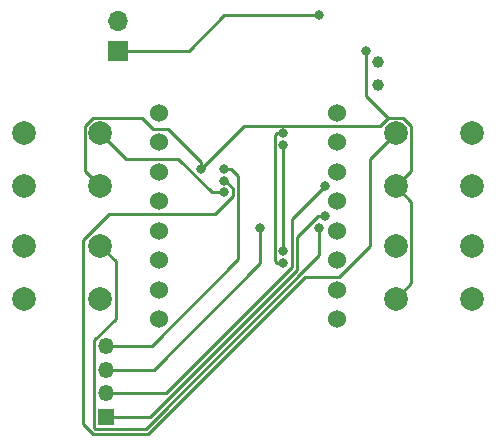
<source format=gbl>
G04 #@! TF.GenerationSoftware,KiCad,Pcbnew,5.1.10*
G04 #@! TF.CreationDate,2021-12-20T19:27:34-06:00*
G04 #@! TF.ProjectId,notawatch,6e6f7461-7761-4746-9368-2e6b69636164,rev?*
G04 #@! TF.SameCoordinates,Original*
G04 #@! TF.FileFunction,Copper,L2,Bot*
G04 #@! TF.FilePolarity,Positive*
%FSLAX46Y46*%
G04 Gerber Fmt 4.6, Leading zero omitted, Abs format (unit mm)*
G04 Created by KiCad (PCBNEW 5.1.10) date 2021-12-20 19:27:34*
%MOMM*%
%LPD*%
G01*
G04 APERTURE LIST*
G04 #@! TA.AperFunction,ComponentPad*
%ADD10O,1.350000X1.350000*%
G04 #@! TD*
G04 #@! TA.AperFunction,ComponentPad*
%ADD11R,1.350000X1.350000*%
G04 #@! TD*
G04 #@! TA.AperFunction,ComponentPad*
%ADD12C,1.000000*%
G04 #@! TD*
G04 #@! TA.AperFunction,ComponentPad*
%ADD13C,1.524000*%
G04 #@! TD*
G04 #@! TA.AperFunction,ComponentPad*
%ADD14C,2.000000*%
G04 #@! TD*
G04 #@! TA.AperFunction,ComponentPad*
%ADD15R,1.700000X1.700000*%
G04 #@! TD*
G04 #@! TA.AperFunction,ComponentPad*
%ADD16O,1.700000X1.700000*%
G04 #@! TD*
G04 #@! TA.AperFunction,ViaPad*
%ADD17C,0.800000*%
G04 #@! TD*
G04 #@! TA.AperFunction,Conductor*
%ADD18C,0.250000*%
G04 #@! TD*
G04 APERTURE END LIST*
D10*
X140000000Y-114000000D03*
X140000000Y-116000000D03*
X140000000Y-118000000D03*
D11*
X140000000Y-120000000D03*
D12*
X163000000Y-90000000D03*
X163000000Y-91900000D03*
D13*
X159500000Y-111750000D03*
X159500000Y-109250000D03*
X159500000Y-106750000D03*
X159500000Y-104250000D03*
X159500000Y-94250000D03*
X159500000Y-96750000D03*
X159500000Y-99250000D03*
X159500000Y-101750000D03*
X144500000Y-111750000D03*
X144500000Y-109250000D03*
X144500000Y-106750000D03*
X144500000Y-94250000D03*
X144500000Y-96750000D03*
X144500000Y-99250000D03*
X144500000Y-104250000D03*
X144500000Y-101750000D03*
D14*
X171000000Y-105500000D03*
X171000000Y-110000000D03*
X164500000Y-105500000D03*
X164500000Y-110000000D03*
X171000000Y-96000000D03*
X171000000Y-100500000D03*
X164500000Y-96000000D03*
X164500000Y-100500000D03*
X139500000Y-105500000D03*
X139500000Y-110000000D03*
X133000000Y-105500000D03*
X133000000Y-110000000D03*
X139500000Y-96000000D03*
X139500000Y-100500000D03*
X133000000Y-96000000D03*
X133000000Y-100500000D03*
D15*
X141000000Y-89000000D03*
D16*
X141000000Y-86460000D03*
D17*
X158000000Y-86000000D03*
X158000000Y-104000000D03*
X150000000Y-101000000D03*
X150000000Y-100000000D03*
X155000000Y-107000000D03*
X155000000Y-96000000D03*
X155000000Y-106000000D03*
X155000000Y-97000000D03*
X153000000Y-104000000D03*
X150000000Y-99000000D03*
X158500000Y-100500000D03*
X158500000Y-103000000D03*
X162000000Y-89000000D03*
X148000000Y-99000000D03*
D18*
X147000000Y-89000000D02*
X141000000Y-89000000D01*
X150000000Y-86000000D02*
X147000000Y-89000000D01*
X158000000Y-86000000D02*
X150000000Y-86000000D01*
X140825001Y-106825001D02*
X139500000Y-105500000D01*
X140825001Y-111694997D02*
X140825001Y-106825001D01*
X139000000Y-113519998D02*
X140825001Y-111694997D01*
X139000000Y-120935002D02*
X139000000Y-113519998D01*
X139064999Y-121000001D02*
X139000000Y-120935002D01*
X143345821Y-121000001D02*
X139064999Y-121000001D01*
X158000000Y-106345822D02*
X143345821Y-121000001D01*
X158000000Y-104000000D02*
X158000000Y-106345822D01*
X148926998Y-101000000D02*
X150000000Y-101000000D01*
X146089997Y-98162999D02*
X148926998Y-101000000D01*
X141662999Y-98162999D02*
X146089997Y-98162999D01*
X139500000Y-96000000D02*
X141662999Y-98162999D01*
X150073002Y-100000000D02*
X150000000Y-100000000D01*
X164500000Y-96000000D02*
X162337001Y-98162999D01*
X159695763Y-108162999D02*
X156819233Y-108162999D01*
X150725001Y-101348001D02*
X150725001Y-100651999D01*
X156819233Y-108162999D02*
X143532221Y-121450011D01*
X149236001Y-102837001D02*
X150725001Y-101348001D01*
X143532221Y-121450011D02*
X138878598Y-121450010D01*
X138878598Y-121450010D02*
X138000000Y-120571412D01*
X150725001Y-100651999D02*
X150073002Y-100000000D01*
X138000000Y-120571412D02*
X138000000Y-105038998D01*
X162337001Y-98162999D02*
X162337001Y-105521761D01*
X162337001Y-105521761D02*
X159695763Y-108162999D01*
X138000000Y-105038998D02*
X140201997Y-102837001D01*
X140201997Y-102837001D02*
X149236001Y-102837001D01*
X154434315Y-96000000D02*
X154274999Y-96159316D01*
X155000000Y-96000000D02*
X154434315Y-96000000D01*
X154274999Y-106840684D02*
X154434315Y-107000000D01*
X154434315Y-107000000D02*
X155000000Y-107000000D01*
X154274999Y-96159316D02*
X154274999Y-106840684D01*
X155000000Y-106000000D02*
X155000000Y-97000000D01*
X144000000Y-116000000D02*
X140000000Y-116000000D01*
X153000000Y-107000000D02*
X144000000Y-116000000D01*
X153000000Y-104000000D02*
X153000000Y-107000000D01*
X151175011Y-106683751D02*
X143858762Y-114000000D01*
X151175011Y-99609326D02*
X151175011Y-106683751D01*
X150565685Y-99000000D02*
X151175011Y-99609326D01*
X150000000Y-99000000D02*
X150565685Y-99000000D01*
X140000000Y-114000000D02*
X143858762Y-114000000D01*
X145073002Y-118000000D02*
X140000000Y-118000000D01*
X155725001Y-103274999D02*
X155725001Y-107348001D01*
X155725001Y-107348001D02*
X145073002Y-118000000D01*
X158500000Y-100500000D02*
X155725001Y-103274999D01*
X156175010Y-107534402D02*
X143709412Y-120000000D01*
X143709412Y-120000000D02*
X140000000Y-120000000D01*
X156175011Y-104751987D02*
X156175010Y-107534402D01*
X157926998Y-103000000D02*
X156175011Y-104751987D01*
X158500000Y-103000000D02*
X157926998Y-103000000D01*
X165825001Y-99174999D02*
X164500000Y-100500000D01*
X165825001Y-95363999D02*
X165825001Y-99174999D01*
X165136001Y-94674999D02*
X165825001Y-95363999D01*
X163863999Y-94674999D02*
X165136001Y-94674999D01*
X163174999Y-95363999D02*
X163863999Y-94674999D01*
X151636001Y-95363999D02*
X163174999Y-95363999D01*
X148000000Y-99000000D02*
X151636001Y-95363999D01*
X162000000Y-92811000D02*
X163863999Y-94674999D01*
X162000000Y-89000000D02*
X162000000Y-92811000D01*
X165825001Y-101825001D02*
X164500000Y-100500000D01*
X165825001Y-108674999D02*
X165825001Y-101825001D01*
X164500000Y-110000000D02*
X165825001Y-108674999D01*
X148000000Y-98434315D02*
X148000000Y-99000000D01*
X145228684Y-95662999D02*
X148000000Y-98434315D01*
X143978239Y-95662999D02*
X145228684Y-95662999D01*
X138863999Y-94674999D02*
X142990239Y-94674999D01*
X138174999Y-95363999D02*
X138863999Y-94674999D01*
X138174999Y-99174999D02*
X138174999Y-95363999D01*
X142990239Y-94674999D02*
X143978239Y-95662999D01*
X139500000Y-100500000D02*
X138174999Y-99174999D01*
M02*

</source>
